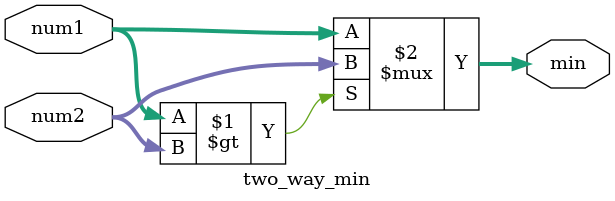
<source format=v>
module top_module (
    input [7:0] a, b, c, d,
    output [7:0] min);//

    wire [7:0] min_ab, min_cd;
    // assign intermediate_result1 = compare? true: false;
    two_way_min min1(.num1(a), .num2(b), .min(min_ab));
    two_way_min min2(.num1(c), .num2(d), .min(min_cd));
    two_way_min min3(.num1(min_ab), .num2(min_cd), .min(min));
endmodule

module two_way_min (
    input [7:0] num1, num2,
    output [7:0] min
);
    assign min = (num1 > num2) ? num2 : num1;
endmodule //   two_way_min 

</source>
